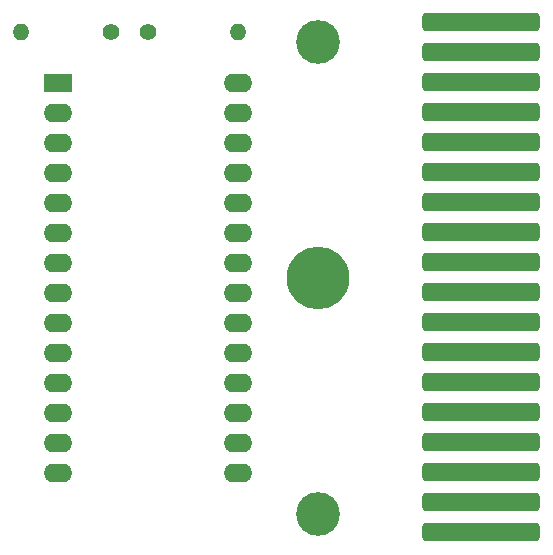
<source format=gbs>
G04 #@! TF.GenerationSoftware,KiCad,Pcbnew,8.0.1*
G04 #@! TF.CreationDate,2024-04-23T01:02:40+02:00*
G04 #@! TF.ProjectId,vectrex_cart_v1.01,76656374-7265-4785-9f63-6172745f7631,V0.1*
G04 #@! TF.SameCoordinates,Original*
G04 #@! TF.FileFunction,Soldermask,Bot*
G04 #@! TF.FilePolarity,Negative*
%FSLAX46Y46*%
G04 Gerber Fmt 4.6, Leading zero omitted, Abs format (unit mm)*
G04 Created by KiCad (PCBNEW 8.0.1) date 2024-04-23 01:02:40*
%MOMM*%
%LPD*%
G01*
G04 APERTURE LIST*
G04 Aperture macros list*
%AMRoundRect*
0 Rectangle with rounded corners*
0 $1 Rounding radius*
0 $2 $3 $4 $5 $6 $7 $8 $9 X,Y pos of 4 corners*
0 Add a 4 corners polygon primitive as box body*
4,1,4,$2,$3,$4,$5,$6,$7,$8,$9,$2,$3,0*
0 Add four circle primitives for the rounded corners*
1,1,$1+$1,$2,$3*
1,1,$1+$1,$4,$5*
1,1,$1+$1,$6,$7*
1,1,$1+$1,$8,$9*
0 Add four rect primitives between the rounded corners*
20,1,$1+$1,$2,$3,$4,$5,0*
20,1,$1+$1,$4,$5,$6,$7,0*
20,1,$1+$1,$6,$7,$8,$9,0*
20,1,$1+$1,$8,$9,$2,$3,0*%
G04 Aperture macros list end*
%ADD10C,3.700000*%
%ADD11C,5.300000*%
%ADD12C,1.400000*%
%ADD13O,1.400000X1.400000*%
%ADD14RoundRect,0.400000X4.600000X-0.400000X4.600000X0.400000X-4.600000X0.400000X-4.600000X-0.400000X0*%
%ADD15R,2.400000X1.600000*%
%ADD16O,2.400000X1.600000*%
G04 APERTURE END LIST*
D10*
X117008000Y-88050000D03*
X117008000Y-48050000D03*
D11*
X117008000Y-68050000D03*
D12*
X99560000Y-47250000D03*
D13*
X91940000Y-47250000D03*
D14*
X130810200Y-46400200D03*
X130810200Y-48940200D03*
X130810200Y-51480200D03*
X130810200Y-54020200D03*
X130810200Y-56560200D03*
X130810200Y-59100200D03*
X130810200Y-61640200D03*
X130810200Y-64180200D03*
X130810200Y-66720200D03*
X130810200Y-69260200D03*
X130810200Y-71800200D03*
X130810200Y-74340200D03*
X130810200Y-76880200D03*
X130810200Y-79420200D03*
X130810200Y-81960200D03*
X130810200Y-84500200D03*
X130810200Y-87040200D03*
X130810200Y-89580200D03*
D12*
X102690000Y-47250000D03*
D13*
X110310000Y-47250000D03*
D15*
X95000000Y-51500000D03*
D16*
X95000000Y-54040000D03*
X95000000Y-56580000D03*
X95000000Y-59120000D03*
X95000000Y-61660000D03*
X95000000Y-64200000D03*
X95000000Y-66740000D03*
X95000000Y-69280000D03*
X95000000Y-71820000D03*
X95000000Y-74360000D03*
X95000000Y-76900000D03*
X95000000Y-79440000D03*
X95000000Y-81980000D03*
X95000000Y-84520000D03*
X110240000Y-84520000D03*
X110240000Y-81980000D03*
X110240000Y-79440000D03*
X110240000Y-76900000D03*
X110240000Y-74360000D03*
X110240000Y-71820000D03*
X110240000Y-69280000D03*
X110240000Y-66740000D03*
X110240000Y-64200000D03*
X110240000Y-61660000D03*
X110240000Y-59120000D03*
X110240000Y-56580000D03*
X110240000Y-54040000D03*
X110240000Y-51500000D03*
M02*

</source>
